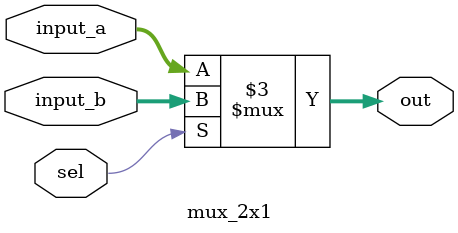
<source format=v>
/*
 * Mark Mossberg
 * 11/13/14
 * EECE 3324 - Homework 6
 *
 * 32 bit 2-to-1 multiplexer
 */

`timescale 1ns / 1ns

module mux_2x1 (input_a, input_b, sel, out);

input [31:0] input_a, input_b;
input sel;
output reg [31:0] out;

always @(sel or input_a or input_b )
begin
    if (sel)
        out <= input_b;
    else
        out <= input_a;
end

endmodule


</source>
